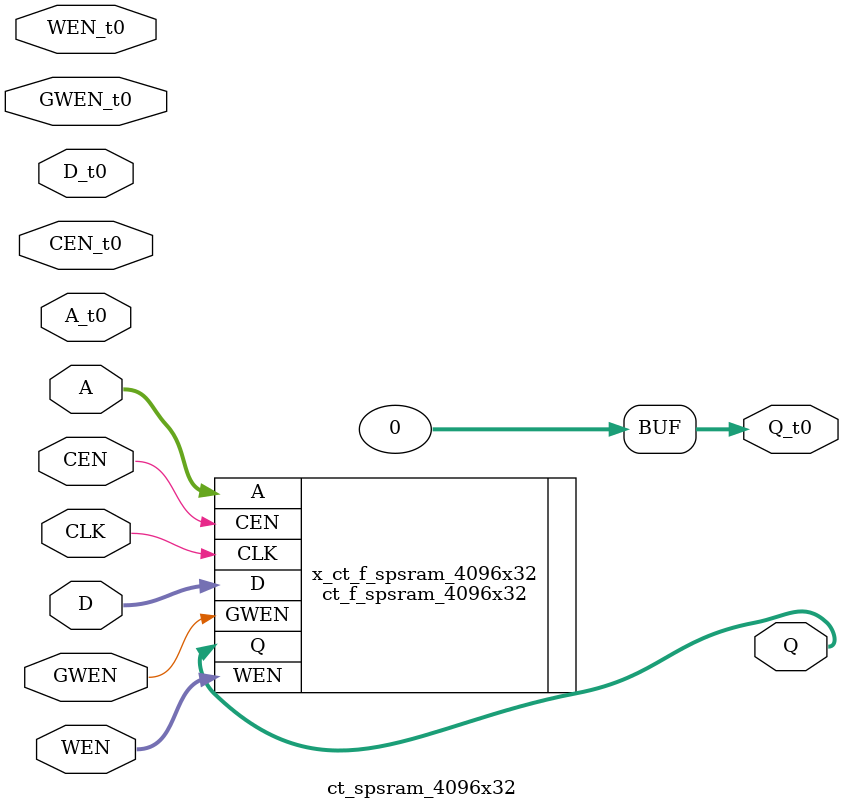
<source format=v>
/*Copyright 2019-2021 T-Head Semiconductor Co., Ltd.

Licensed under the Apache License, Version 2.0 (the "License");
you may not use this file except in compliance with the License.
You may obtain a copy of the License at

    http://www.apache.org/licenses/LICENSE-2.0

Unless required by applicable law or agreed to in writing, software
distributed under the License is distributed on an "AS IS" BASIS,
WITHOUT WARRANTIES OR CONDITIONS OF ANY KIND, either express or implied.
See the License for the specific language governing permissions and
limitations under the License.
*/

// &ModuleBeg; @22
module ct_spsram_4096x32(
A,
A_t0,
CEN,
CEN_t0,
CLK,
D,
D_t0,
GWEN,
GWEN_t0,
Q,
Q_t0,
WEN,
WEN_t0
);

input   [11:0]  A_t0;   
input           CEN_t0; 
input   [31:0]  D_t0;   
input           GWEN_t0; 
output  [31:0]  Q_t0;   
input   [31:0]  WEN_t0; 
wire    [11:0]  A_t0;   
wire            CEN_t0; 
wire    [31:0]  D_t0;   
wire            GWEN_t0; 
wire    [31:0]  Q_t0;   
wire    [31:0]  WEN_t0; 
assign Q_t0 = '0;

// &Ports; @23
input   [11:0]  A;   
input           CEN; 
input           CLK; 
input   [31:0]  D;   
input           GWEN; 
input   [31:0]  WEN; 
output  [31:0]  Q;   

// &Regs; @24

// &Wires; @25
wire    [11:0]  A;   
wire            CEN; 
wire            CLK; 
wire    [31:0]  D;   
wire            GWEN; 
wire    [31:0]  Q;   
wire    [31:0]  WEN; 


//**********************************************************
//                  Parameter Definition
//**********************************************************
parameter ADDR_WIDTH = 12;
parameter DATA_WIDTH = 32;
parameter WE_WIDTH   = 32;

// &Force("bus","Q",DATA_WIDTH-1,0); @34
// &Force("bus","WEN",WE_WIDTH-1,0); @35
// &Force("bus","A",ADDR_WIDTH-1,0); @36
// &Force("bus","D",DATA_WIDTH-1,0); @37

  //********************************************************
  //*                        FPGA memory                   *
  //********************************************************
  //{WEN[31:24],WEN[23:16],WEN[15:8],WEN[7:0]}
//   &Instance("ct_f_spsram_4096x32"); @44
ct_f_spsram_4096x32  x_ct_f_spsram_4096x32 (
  .A    (A   ),
  .CEN  (CEN ),
  .CLK  (CLK ),
  .D    (D   ),
  .GWEN (GWEN),
  .Q    (Q   ),
  .WEN  (WEN )
);

//   &Instance("ct_tsmc_spsram_1024x32"); @50

// &ModuleEnd; @66
endmodule



</source>
